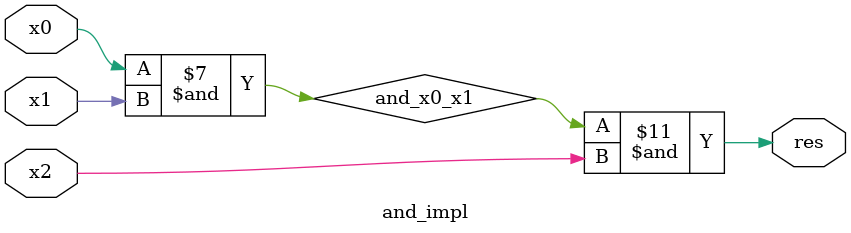
<source format=v>
`timescale 1ns / 1ps


module and_impl(
input x0,
input x1,
input x2,
output res
    );
    wire not_x0, not_x1,not_x2, not_and_x0_x1, and_x0_x1, not_x0_x1_x2;
    nand(not_x0,x0,x0);
    nand(not_x1,x1,x1);
    nand(not_x2,x2,x2);
    
    nand(not_and_x0_x1,x0,x1);
    nand(and_x0_x1,not_and_x0_x1, not_and_x0_x1);
    nand(not_x0_x1_x2, and_x0_x1,x2);
    nand(res, not_x0_x1_x2, not_x0_x1_x2);
    
    
    
    
endmodule
</source>
